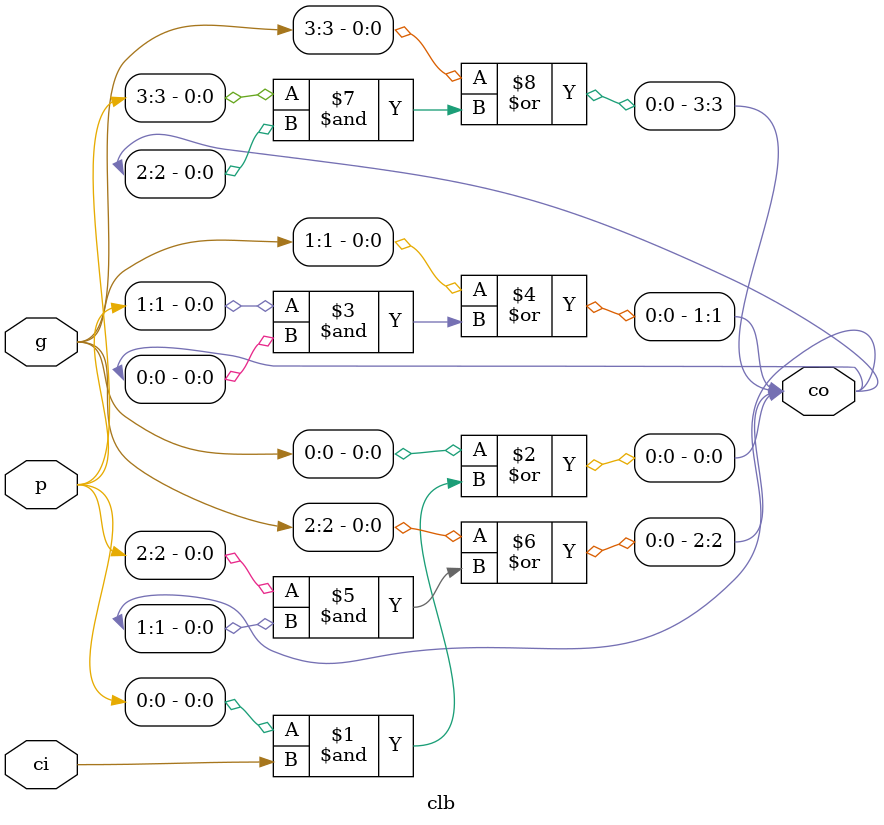
<source format=v>
module clb (p, g, ci, co);
    input[3:0] p, g;

    input ci;
    output[3:0] co;
 
    assign co[0] = g[0] | p[0] & ci;
    assign co[1] = g[1] | p[1] & co[0];
    assign co[2] = g[2] | p[2] & co[1];
    assign co[3] = g[3] | p[3] & co[2];
    
    
endmodule
</source>
